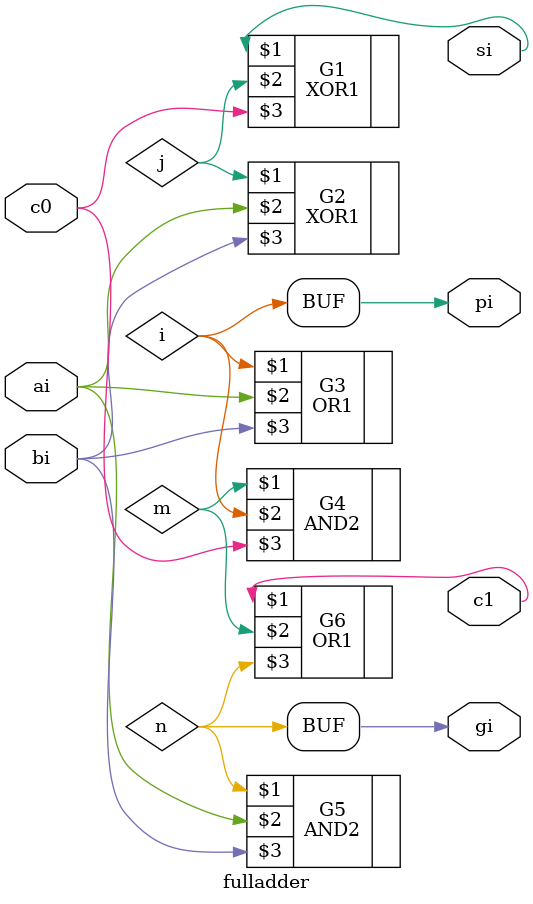
<source format=v>
`timescale 1ns/1ns
module fulladder(input ai,bi,c0,output si,c1,pi,gi);
  wire j,i,m,n;
  XOR1 #(43) G1(si,j,c0);
  XOR1 #(43) G2(j,ai,bi);
  OR1 #(10,14) G3(i,ai,bi);
  AND2 #(13,17) G4(m,i,c0);
  AND2 #(13,17) G5(n,ai,bi);
  OR1 #(10,14) G6(c1,m,n);
  assign pi=i , gi=n;
endmodule 
  
  
 
</source>
